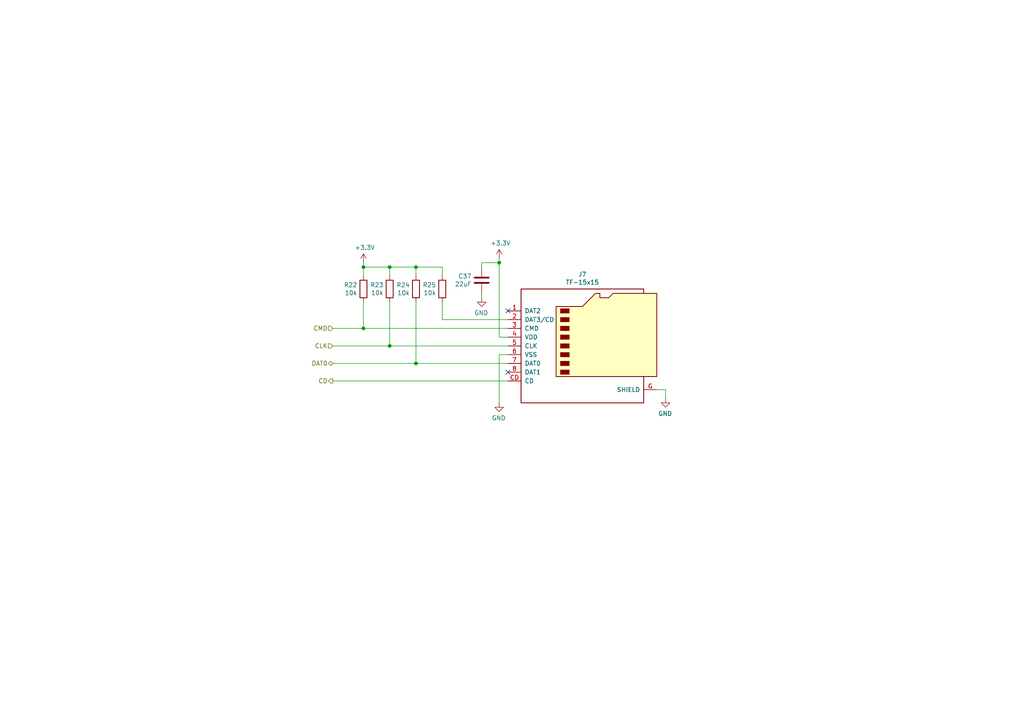
<source format=kicad_sch>
(kicad_sch (version 20230409) (generator eeschema)
  (paper "A4")
  (title_block (title "Troopers 23 Badge") (rev "r2") (company "Monad Gottfried Ltd. 2023") (comment 1 "for ERNW Enno Rey Netzwerke GmbH"))
  (lib_symbols
    (symbol "Device:C" (pin_numbers hide) (pin_names (offset 0.254))
      (property "Reference" "C" (at 0.635 2.54 0))
      (property "Value" "C" (at 0.635 -2.54 0))
      (symbol "C_0_1"
        (polyline (pts (xy -2.032 -0.762) (xy 2.032 -0.762)) (stroke (width 0.508)))
        (polyline (pts (xy -2.032 0.762) (xy 2.032 0.762)) (stroke (width 0.508)))
      )
      (symbol "C_1_1"
        (pin passive line (at 0 3.81 270) (length 2.794) (name "~") (number "1"))
        (pin passive line (at 0 -3.81 90) (length 2.794) (name "~") (number "2"))
      )
    )
    (symbol "Device:R" (pin_numbers hide) (pin_names (offset 0))
      (property "Reference" "R" (at 2.032 0 90))
      (property "Value" "R" (at 0 0 90))
      (symbol "R_0_1"
        (rectangle (start -1.016 -2.54) (end 1.016 2.54) (stroke (width 0.254)))
      )
      (symbol "R_1_1"
        (pin passive line (at 0 3.81 270) (length 1.27) (name "~") (number "1"))
        (pin passive line (at 0 -3.81 90) (length 1.27) (name "~") (number "2"))
      )
    )
    (symbol "j_Connector:Micro_SD_Card_CD" (pin_names (offset 1.016))
      (property "Reference" "J" (at -16.51 17.78 0))
      (property "Value" "Micro_SD_Card_CD" (at 16.51 17.78 0))
      (symbol "Micro_SD_Card_CD_0_1"
        (rectangle (start -7.62 -6.985) (end -5.08 -8.255) (fill (type outline)))
        (rectangle (start -7.62 -4.445) (end -5.08 -5.715) (fill (type outline)))
        (rectangle (start -7.62 -1.905) (end -5.08 -3.175) (fill (type outline)))
        (rectangle (start -7.62 0.635) (end -5.08 -0.635) (fill (type outline)))
        (rectangle (start -7.62 3.175) (end -5.08 1.905) (fill (type outline)))
        (rectangle (start -7.62 5.715) (end -5.08 4.445) (fill (type outline)))
        (rectangle (start -7.62 8.255) (end -5.08 6.985) (fill (type outline)))
        (rectangle (start -7.62 10.795) (end -5.08 9.525) (fill (type outline)))
        (polyline (pts (xy 16.51 15.24) (xy 16.51 16.51) (xy -19.05 16.51) (xy -19.05 -16.51) (xy 16.51 -16.51) (xy 16.51 -8.89)) (stroke (width 0.254)))
        (polyline (pts (xy -8.89 -8.89) (xy -8.89 11.43) (xy -1.27 11.43) (xy 2.54 15.24) (xy 3.81 15.24) (xy 3.81 13.97) (xy 6.35 13.97) (xy 7.62 15.24) (xy 20.32 15.24) (xy 20.32 -8.89) (xy -8.89 -8.89)) (stroke (width 0.254)) (fill (type background)))
      )
      (symbol "Micro_SD_Card_CD_1_1"
        (pin bidirectional line (at -22.86 10.16 0) (length 3.81) (name "DAT2") (number "1"))
        (pin bidirectional line (at -22.86 7.62 0) (length 3.81) (name "DAT3/CD") (number "2"))
        (pin input line (at -22.86 5.08 0) (length 3.81) (name "CMD") (number "3"))
        (pin power_in line (at -22.86 2.54 0) (length 3.81) (name "VDD") (number "4"))
        (pin input line (at -22.86 0 0) (length 3.81) (name "CLK") (number "5"))
        (pin power_in line (at -22.86 -2.54 0) (length 3.81) (name "VSS") (number "6"))
        (pin input line (at -22.86 -5.08 0) (length 3.81) (name "DAT0") (number "7"))
        (pin input line (at -22.86 -7.62 0) (length 3.81) (name "DAT1") (number "8"))
        (pin passive line (at -22.86 -10.16 0) (length 3.81) (name "CD") (number "CD"))
        (pin passive line (at 20.32 -12.7 180) (length 3.81) (name "SHIELD") (number "G"))
      )
    )
    (symbol "power:+3.3V" (power) (pin_names (offset 0))
      (property "Value" "+3.3V" (at 0 3.556 0))
      (symbol "+3.3V_0_1"
        (polyline (pts (xy -0.762 1.27) (xy 0 2.54)))
        (polyline (pts (xy 0 0) (xy 0 2.54)))
        (polyline (pts (xy 0 2.54) (xy 0.762 1.27)))
      )
      (symbol "+3.3V_1_1"
        (pin power_in line (at 0 0 90) (length 0) hide (name "+3.3V") (number "1"))
      )
    )
    (symbol "power:GND" (power) (pin_names (offset 0))
      (property "Value" "GND" (at 0 -3.81 0))
      (symbol "GND_0_1"
        (polyline (pts (xy 0 0) (xy 0 -1.27) (xy 1.27 -1.27) (xy 0 -2.54) (xy -1.27 -1.27) (xy 0 -1.27)))
      )
      (symbol "GND_1_1"
        (pin power_in line (at 0 0 270) (length 0) hide (name "GND") (number "1"))
      )
    )
  )
  (junction (at 144.78 76.2))
  (junction (at 113.03 77.47))
  (junction (at 105.41 95.25))
  (junction (at 105.41 77.47))
  (junction (at 120.65 105.41))
  (junction (at 120.65 77.47))
  (junction (at 113.03 100.33))
  (no_connect (at 147.32 90.17))
  (no_connect (at 147.32 107.95))
  (wire (pts (xy 105.41 95.25) (xy 147.32 95.25)))
  (wire (pts (xy 120.65 105.41) (xy 147.32 105.41)))
  (wire (pts (xy 113.03 100.33) (xy 147.32 100.33)))
  (wire (pts (xy 96.52 100.33) (xy 113.03 100.33)))
  (wire (pts (xy 193.04 113.03) (xy 193.04 115.57)))
  (wire (pts (xy 139.7 76.2) (xy 139.7 77.47)))
  (wire (pts (xy 105.41 77.47) (xy 113.03 77.47)))
  (wire (pts (xy 96.52 95.25) (xy 105.41 95.25)))
  (wire (pts (xy 144.78 76.2) (xy 139.7 76.2)))
  (wire (pts (xy 128.27 77.47) (xy 128.27 80.01)))
  (wire (pts (xy 144.78 102.87) (xy 144.78 116.84)))
  (wire (pts (xy 113.03 87.63) (xy 113.03 100.33)))
  (wire (pts (xy 147.32 97.79) (xy 144.78 97.79)))
  (wire (pts (xy 113.03 80.01) (xy 113.03 77.47)))
  (wire (pts (xy 144.78 97.79) (xy 144.78 76.2)))
  (wire (pts (xy 113.03 77.47) (xy 120.65 77.47)))
  (wire (pts (xy 120.65 77.47) (xy 120.65 80.01)))
  (wire (pts (xy 120.65 87.63) (xy 120.65 105.41)))
  (wire (pts (xy 120.65 77.47) (xy 128.27 77.47)))
  (wire (pts (xy 144.78 76.2) (xy 144.78 74.93)))
  (wire (pts (xy 105.41 87.63) (xy 105.41 95.25)))
  (wire (pts (xy 147.32 102.87) (xy 144.78 102.87)))
  (wire (pts (xy 105.41 77.47) (xy 105.41 80.01)))
  (wire (pts (xy 147.32 110.49) (xy 96.52 110.49)))
  (wire (pts (xy 128.27 92.71) (xy 128.27 87.63)))
  (wire (pts (xy 96.52 105.41) (xy 120.65 105.41)))
  (wire (pts (xy 147.32 92.71) (xy 128.27 92.71)))
  (wire (pts (xy 105.41 76.2) (xy 105.41 77.47)))
  (wire (pts (xy 190.5 113.03) (xy 193.04 113.03)))
  (wire (pts (xy 139.7 86.36) (xy 139.7 85.09)))
  (hierarchical_label "CLK" (shape input) (at 96.52 100.33 180))
  (hierarchical_label "DAT0" (shape bidirectional) (at 96.52 105.41 180))
  (hierarchical_label "CMD" (shape input) (at 96.52 95.25 180))
  (hierarchical_label "CD" (shape output) (at 96.52 110.49 180))
  (symbol (lib_id "j_Connector:Micro_SD_Card_CD") (at 170.18 100.33 0) (unit 1)
    (property "Reference" "J7" (at 168.91 79.5782 0))
    (property "Value" "TF-15x15" (at 168.91 81.8896 0))
    (property "Footprint" "jeffmakes-footprints:microSD_HC_Sofng_TF-15" (effects hide))
    (property "LCSC" "C111196" (effects hide))
    (property "MPN" "TF-15x15" (effects hide))
    (property "Manufacturer" "SOFNG" (effects hide))
  )
  (symbol (lib_id "power:GND") (at 193.04 115.57 0) (mirror y) (unit 1)
    (property "Reference" "#PWR079" (effects hide))
    (property "Value" "GND" (at 192.913 119.9642 0))
    (instances (project "tr23-badge-r2" (path "" (reference "#PWR079") (unit 1)) (path "" (reference "#PWR?") (unit 1))))
  )
  (symbol (lib_id "power:GND") (at 144.78 116.84 0) (mirror y) (unit 1)
    (property "Reference" "#PWR078" (effects hide))
    (property "Value" "GND" (at 144.653 121.2342 0))
    (instances (project "tr23-badge-r2" (path "" (reference "#PWR078") (unit 1)) (path "" (reference "#PWR?") (unit 1))))
  )
  (symbol (lib_id "power:+3.3V") (at 144.78 74.93 0) (unit 1)
    (property "Reference" "#PWR077" (effects hide))
    (property "Value" "+3.3V" (at 145.161 70.5358 0))
    (instances (project "tr23-badge-r2" (path "" (reference "#PWR077") (unit 1)) (path "" (reference "#PWR?") (unit 1))))
  )
  (symbol (lib_id "Device:C") (at 139.7 81.28 0) (mirror y) (unit 1)
    (property "Reference" "C37" (at 136.779 80.1116 0) (effects (justify left)))
    (property "Value" "22uF" (at 136.779 82.423 0) (effects (justify left)))
    (property "Footprint" "Capacitor_SMD:C_0603_1608Metric" (effects hide))
    (instances (project "tr23-badge-r2" (path "" (reference "C37") (unit 1)) (path "" (reference "C?") (unit 1))))
  )
  (symbol (lib_id "power:GND") (at 139.7 86.36 0) (mirror y) (unit 1)
    (property "Reference" "#PWR076" (effects hide))
    (property "Value" "GND" (at 139.573 90.7542 0))
    (instances (project "tr23-badge-r2" (path "" (reference "#PWR076") (unit 1)) (path "" (reference "#PWR?") (unit 1))))
  )
  (symbol (lib_id "Device:R") (at 120.65 83.82 0) (mirror y) (unit 1)
    (property "Reference" "R24" (at 118.872 82.6516 0) (effects (justify left)))
    (property "Value" "10k" (at 118.872 84.963 0) (effects (justify left)))
    (property "Footprint" "Resistor_SMD:R_0402_1005Metric" (effects hide))
    (instances (project "tr23-badge-r2" (path "" (reference "R24") (unit 1)) (path "" (reference "R?") (unit 1))))
  )
  (symbol (lib_id "Device:R") (at 113.03 83.82 0) (mirror y) (unit 1)
    (property "Reference" "R23" (at 111.252 82.6516 0) (effects (justify left)))
    (property "Value" "10k" (at 111.252 84.963 0) (effects (justify left)))
    (property "Footprint" "Resistor_SMD:R_0402_1005Metric" (effects hide))
    (instances (project "tr23-badge-r2" (path "" (reference "R23") (unit 1)) (path "" (reference "R?") (unit 1))))
  )
  (symbol (lib_id "Device:R") (at 105.41 83.82 0) (mirror y) (unit 1)
    (property "Reference" "R22" (at 103.632 82.6516 0) (effects (justify left)))
    (property "Value" "10k" (at 103.632 84.963 0) (effects (justify left)))
    (property "Footprint" "Resistor_SMD:R_0402_1005Metric" (effects hide))
    (instances (project "tr23-badge-r2" (path "" (reference "R22") (unit 1)) (path "" (reference "R?") (unit 1))))
  )
  (symbol (lib_id "power:+3.3V") (at 105.41 76.2 0) (unit 1)
    (property "Reference" "#PWR075" (effects hide))
    (property "Value" "+3.3V" (at 105.791 71.8058 0))
    (instances (project "tr23-badge-r2" (path "" (reference "#PWR075") (unit 1)) (path "" (reference "#PWR?") (unit 1))))
  )
  (symbol (lib_id "Device:R") (at 128.27 83.82 0) (mirror y) (unit 1)
    (property "Reference" "R25" (at 126.492 82.6516 0) (effects (justify left)))
    (property "Value" "10k" (at 126.492 84.963 0) (effects (justify left)))
    (property "Footprint" "Resistor_SMD:R_0402_1005Metric" (effects hide))
    (instances (project "tr23-badge-r2" (path "" (reference "R25") (unit 1)) (path "" (reference "R?") (unit 1))))
  )
)
</source>
